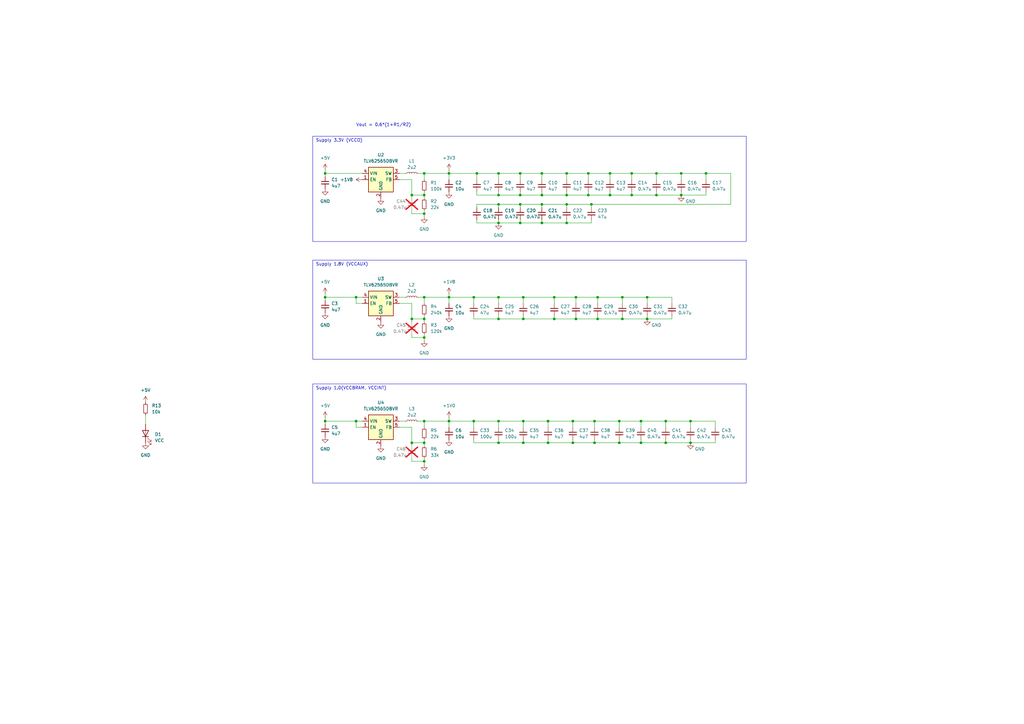
<source format=kicad_sch>
(kicad_sch (version 20230121) (generator eeschema)
  (paper "A3")
  (lib_symbols
    (symbol "Device:C_Small" (pin_numbers hide) (pin_names (offset 0.254) hide)
      (property "Reference" "C" (at 0.254 1.778 0))
      (property "Value" "C_Small" (at 0.254 -2.032 0))
      (symbol "C_Small_0_1"
        (polyline (pts (xy -1.524 -0.508) (xy 1.524 -0.508)) (stroke (width 0.3302)))
        (polyline (pts (xy -1.524 0.508) (xy 1.524 0.508)) (stroke (width 0.3048)))
      )
      (symbol "C_Small_1_1"
        (pin passive line (at 0 2.54 270) (length 2.032) (name "~") (number "1"))
        (pin passive line (at 0 -2.54 90) (length 2.032) (name "~") (number "2"))
      )
    )
    (symbol "Device:LED" (pin_numbers hide) (pin_names (offset 1.016) hide)
      (property "Reference" "D" (at 0 2.54 0))
      (property "Value" "LED" (at 0 -2.54 0))
      (symbol "LED_0_1"
        (polyline (pts (xy -1.27 -1.27) (xy -1.27 1.27)) (stroke (width 0.254)))
        (polyline (pts (xy -1.27 0) (xy 1.27 0)))
        (polyline (pts (xy 1.27 -1.27) (xy 1.27 1.27) (xy -1.27 0) (xy 1.27 -1.27)) (stroke (width 0.254)))
        (polyline (pts (xy -3.048 -0.762) (xy -4.572 -2.286) (xy -3.81 -2.286) (xy -4.572 -2.286) (xy -4.572 -1.524)))
        (polyline (pts (xy -1.778 -0.762) (xy -3.302 -2.286) (xy -2.54 -2.286) (xy -3.302 -2.286) (xy -3.302 -1.524)))
      )
      (symbol "LED_1_1"
        (pin passive line (at -3.81 0 0) (length 2.54) (name "K") (number "1"))
        (pin passive line (at 3.81 0 180) (length 2.54) (name "A") (number "2"))
      )
    )
    (symbol "Device:L_Small" (pin_numbers hide) (pin_names (offset 0.254) hide)
      (property "Reference" "L" (at 0.762 1.016 0))
      (property "Value" "L_Small" (at 0.762 -1.016 0))
      (symbol "L_Small_0_1"
        (arc (start 0 -2.032) (mid 0.5058 -1.524) (end 0 -1.016))
        (arc (start 0 -1.016) (mid 0.5058 -0.508) (end 0 0))
        (arc (start 0 0) (mid 0.5058 0.508) (end 0 1.016))
        (arc (start 0 1.016) (mid 0.5058 1.524) (end 0 2.032))
      )
      (symbol "L_Small_1_1"
        (pin passive line (at 0 2.54 270) (length 0.508) (name "~") (number "1"))
        (pin passive line (at 0 -2.54 90) (length 0.508) (name "~") (number "2"))
      )
    )
    (symbol "Device:R_Small" (pin_numbers hide) (pin_names (offset 0.254) hide)
      (property "Reference" "R" (at 0.762 0.508 0))
      (property "Value" "R_Small" (at 0.762 -1.016 0))
      (symbol "R_Small_0_1"
        (rectangle (start -0.762 1.778) (end 0.762 -1.778) (stroke (width 0.2032)))
      )
      (symbol "R_Small_1_1"
        (pin passive line (at 0 2.54 270) (length 0.762) (name "~") (number "1"))
        (pin passive line (at 0 -2.54 90) (length 0.762) (name "~") (number "2"))
      )
    )
    (symbol "Regulator_Switching:NCP1529A"
      (property "Reference" "U" (at -5.08 6.35 0))
      (property "Value" "NCP1529A" (at 0 6.35 0))
      (symbol "NCP1529A_0_1"
        (rectangle (start -5.08 5.08) (end 5.08 -5.08) (stroke (width 0.254)) (fill (type background)))
      )
      (symbol "NCP1529A_1_1"
        (pin input line (at -7.62 0 0) (length 2.54) (name "EN") (number "1"))
        (pin power_in line (at 0 -7.62 90) (length 2.54) (name "GND") (number "2"))
        (pin power_out line (at 7.62 2.54 180) (length 2.54) (name "SW") (number "3"))
        (pin power_in line (at -7.62 2.54 0) (length 2.54) (name "VIN") (number "4"))
        (pin input line (at 7.62 0 180) (length 2.54) (name "FB") (number "5"))
      )
    )
    (symbol "power:+1V0" (power) (pin_names (offset 0))
      (property "Value" "+1V0" (at 0 3.556 0))
      (symbol "+1V0_0_1"
        (polyline (pts (xy -0.762 1.27) (xy 0 2.54)))
        (polyline (pts (xy 0 0) (xy 0 2.54)))
        (polyline (pts (xy 0 2.54) (xy 0.762 1.27)))
      )
      (symbol "+1V0_1_1"
        (pin power_in line (at 0 0 90) (length 0) hide (name "+1V0") (number "1"))
      )
    )
    (symbol "power:+1V8" (power) (pin_names (offset 0))
      (property "Value" "+1V8" (at 0 3.556 0))
      (symbol "+1V8_0_1"
        (polyline (pts (xy -0.762 1.27) (xy 0 2.54)))
        (polyline (pts (xy 0 0) (xy 0 2.54)))
        (polyline (pts (xy 0 2.54) (xy 0.762 1.27)))
      )
      (symbol "+1V8_1_1"
        (pin power_in line (at 0 0 90) (length 0) hide (name "+1V8") (number "1"))
      )
    )
    (symbol "power:+3V3" (power) (pin_names (offset 0))
      (property "Value" "+3V3" (at 0 3.556 0))
      (symbol "+3V3_0_1"
        (polyline (pts (xy -0.762 1.27) (xy 0 2.54)))
        (polyline (pts (xy 0 0) (xy 0 2.54)))
        (polyline (pts (xy 0 2.54) (xy 0.762 1.27)))
      )
      (symbol "+3V3_1_1"
        (pin power_in line (at 0 0 90) (length 0) hide (name "+3V3") (number "1"))
      )
    )
    (symbol "power:+5V" (power) (pin_names (offset 0))
      (property "Value" "+5V" (at 0 3.556 0))
      (symbol "+5V_0_1"
        (polyline (pts (xy -0.762 1.27) (xy 0 2.54)))
        (polyline (pts (xy 0 0) (xy 0 2.54)))
        (polyline (pts (xy 0 2.54) (xy 0.762 1.27)))
      )
      (symbol "+5V_1_1"
        (pin power_in line (at 0 0 90) (length 0) hide (name "+5V") (number "1"))
      )
    )
    (symbol "power:GND" (power) (pin_names (offset 0))
      (property "Value" "GND" (at 0 -3.81 0))
      (symbol "GND_0_1"
        (polyline (pts (xy 0 0) (xy 0 -1.27) (xy 1.27 -1.27) (xy 0 -2.54) (xy -1.27 -1.27) (xy 0 -1.27)))
      )
      (symbol "GND_1_1"
        (pin power_in line (at 0 0 270) (length 0) hide (name "GND") (number "1"))
      )
    )
  )
  (junction (at 259.08 80.01))
  (junction (at 222.25 91.44))
  (junction (at 204.47 83.82))
  (junction (at 146.05 121.92))
  (junction (at 213.36 80.01))
  (junction (at 204.47 172.72))
  (junction (at 204.47 71.12))
  (junction (at 234.95 172.72))
  (junction (at 243.84 181.61))
  (junction (at 173.99 130.81))
  (junction (at 232.41 83.82))
  (junction (at 243.84 172.72))
  (junction (at 173.99 80.01))
  (junction (at 232.41 91.44))
  (junction (at 254 172.72))
  (junction (at 269.24 80.01))
  (junction (at 259.08 71.12))
  (junction (at 289.56 71.12))
  (junction (at 173.99 71.12))
  (junction (at 168.91 80.01))
  (junction (at 173.99 138.43))
  (junction (at 213.36 83.82))
  (junction (at 214.63 130.81))
  (junction (at 273.05 181.61))
  (junction (at 222.25 83.82))
  (junction (at 133.35 121.92))
  (junction (at 184.15 121.92))
  (junction (at 204.47 181.61))
  (junction (at 241.3 80.01))
  (junction (at 204.47 91.44))
  (junction (at 245.11 121.92))
  (junction (at 262.89 172.72))
  (junction (at 283.21 172.72))
  (junction (at 250.19 71.12))
  (junction (at 227.33 121.92))
  (junction (at 173.99 172.72))
  (junction (at 236.22 130.81))
  (junction (at 214.63 181.61))
  (junction (at 242.57 83.82))
  (junction (at 204.47 80.01))
  (junction (at 214.63 121.92))
  (junction (at 213.36 91.44))
  (junction (at 222.25 80.01))
  (junction (at 204.47 121.92))
  (junction (at 273.05 172.72))
  (junction (at 227.33 130.81))
  (junction (at 146.05 172.72))
  (junction (at 245.11 130.81))
  (junction (at 133.35 71.12))
  (junction (at 168.91 130.81))
  (junction (at 214.63 172.72))
  (junction (at 173.99 189.23))
  (junction (at 194.31 172.72))
  (junction (at 133.35 172.72))
  (junction (at 204.47 130.81))
  (junction (at 262.89 181.61))
  (junction (at 279.4 80.01))
  (junction (at 173.99 87.63))
  (junction (at 195.58 71.12))
  (junction (at 232.41 80.01))
  (junction (at 265.43 130.81))
  (junction (at 232.41 71.12))
  (junction (at 213.36 71.12))
  (junction (at 269.24 71.12))
  (junction (at 184.15 71.12))
  (junction (at 255.27 130.81))
  (junction (at 222.25 71.12))
  (junction (at 255.27 121.92))
  (junction (at 236.22 121.92))
  (junction (at 265.43 121.92))
  (junction (at 168.91 181.61))
  (junction (at 184.15 172.72))
  (junction (at 234.95 181.61))
  (junction (at 254 181.61))
  (junction (at 173.99 181.61))
  (junction (at 279.4 71.12))
  (junction (at 194.31 121.92))
  (junction (at 250.19 80.01))
  (junction (at 283.21 181.61))
  (junction (at 241.3 71.12))
  (junction (at 224.79 172.72))
  (junction (at 173.99 121.92))
  (junction (at 224.79 181.61))
  (wire (pts (xy 232.41 90.17) (xy 232.41 91.44)))
  (wire (pts (xy 195.58 90.17) (xy 195.58 91.44)))
  (wire (pts (xy 279.4 78.74) (xy 279.4 80.01)))
  (wire (pts (xy 214.63 129.54) (xy 214.63 130.81)))
  (wire (pts (xy 163.83 172.72) (xy 166.37 172.72)))
  (wire (pts (xy 293.37 180.34) (xy 293.37 181.61)))
  (wire (pts (xy 184.15 73.66) (xy 184.15 71.12)))
  (wire (pts (xy 245.11 121.92) (xy 245.11 124.46)))
  (wire (pts (xy 214.63 130.81) (xy 227.33 130.81)))
  (wire (pts (xy 283.21 172.72) (xy 283.21 175.26)))
  (wire (pts (xy 222.25 71.12) (xy 232.41 71.12)))
  (wire (pts (xy 204.47 172.72) (xy 214.63 172.72)))
  (wire (pts (xy 163.83 124.46) (xy 168.91 124.46)))
  (wire (pts (xy 227.33 129.54) (xy 227.33 130.81)))
  (wire (pts (xy 213.36 71.12) (xy 213.36 73.66)))
  (wire (pts (xy 262.89 180.34) (xy 262.89 181.61)))
  (wire (pts (xy 213.36 91.44) (xy 222.25 91.44)))
  (wire (pts (xy 184.15 121.92) (xy 194.31 121.92)))
  (wire (pts (xy 213.36 90.17) (xy 213.36 91.44)))
  (wire (pts (xy 168.91 124.46) (xy 168.91 130.81)))
  (wire (pts (xy 148.59 175.26) (xy 146.05 175.26)))
  (wire (pts (xy 168.91 130.81) (xy 173.99 130.81)))
  (wire (pts (xy 163.83 73.66) (xy 168.91 73.66)))
  (wire (pts (xy 204.47 80.01) (xy 195.58 80.01)))
  (wire (pts (xy 195.58 71.12) (xy 204.47 71.12)))
  (wire (pts (xy 133.35 172.72) (xy 146.05 172.72)))
  (wire (pts (xy 204.47 83.82) (xy 213.36 83.82)))
  (wire (pts (xy 242.57 83.82) (xy 299.72 83.82)))
  (wire (pts (xy 269.24 80.01) (xy 259.08 80.01)))
  (wire (pts (xy 195.58 83.82) (xy 204.47 83.82)))
  (wire (pts (xy 163.83 121.92) (xy 166.37 121.92)))
  (wire (pts (xy 232.41 71.12) (xy 232.41 73.66)))
  (wire (pts (xy 243.84 172.72) (xy 254 172.72)))
  (wire (pts (xy 222.25 80.01) (xy 213.36 80.01)))
  (wire (pts (xy 214.63 172.72) (xy 224.79 172.72)))
  (wire (pts (xy 173.99 138.43) (xy 173.99 139.7)))
  (wire (pts (xy 214.63 121.92) (xy 227.33 121.92)))
  (wire (pts (xy 232.41 83.82) (xy 242.57 83.82)))
  (wire (pts (xy 148.59 124.46) (xy 146.05 124.46)))
  (wire (pts (xy 204.47 71.12) (xy 213.36 71.12)))
  (wire (pts (xy 173.99 137.16) (xy 173.99 138.43)))
  (wire (pts (xy 173.99 80.01) (xy 173.99 81.28)))
  (wire (pts (xy 299.72 71.12) (xy 289.56 71.12)))
  (wire (pts (xy 273.05 181.61) (xy 262.89 181.61)))
  (wire (pts (xy 243.84 172.72) (xy 243.84 175.26)))
  (wire (pts (xy 234.95 172.72) (xy 234.95 175.26)))
  (wire (pts (xy 236.22 130.81) (xy 227.33 130.81)))
  (wire (pts (xy 234.95 181.61) (xy 243.84 181.61)))
  (wire (pts (xy 195.58 71.12) (xy 195.58 73.66)))
  (wire (pts (xy 168.91 81.28) (xy 168.91 80.01)))
  (wire (pts (xy 204.47 121.92) (xy 214.63 121.92)))
  (wire (pts (xy 195.58 80.01) (xy 195.58 78.74)))
  (wire (pts (xy 194.31 172.72) (xy 194.31 175.26)))
  (wire (pts (xy 214.63 180.34) (xy 214.63 181.61)))
  (wire (pts (xy 133.35 171.45) (xy 133.35 172.72)))
  (wire (pts (xy 184.15 175.26) (xy 184.15 172.72)))
  (wire (pts (xy 279.4 80.01) (xy 269.24 80.01)))
  (wire (pts (xy 213.36 71.12) (xy 222.25 71.12)))
  (wire (pts (xy 222.25 83.82) (xy 232.41 83.82)))
  (wire (pts (xy 242.57 91.44) (xy 242.57 90.17)))
  (wire (pts (xy 173.99 172.72) (xy 173.99 175.26)))
  (wire (pts (xy 173.99 87.63) (xy 173.99 88.9)))
  (wire (pts (xy 262.89 172.72) (xy 262.89 175.26)))
  (wire (pts (xy 273.05 172.72) (xy 273.05 175.26)))
  (wire (pts (xy 173.99 71.12) (xy 173.99 73.66)))
  (wire (pts (xy 245.11 129.54) (xy 245.11 130.81)))
  (wire (pts (xy 241.3 71.12) (xy 250.19 71.12)))
  (wire (pts (xy 168.91 189.23) (xy 173.99 189.23)))
  (wire (pts (xy 163.83 175.26) (xy 168.91 175.26)))
  (wire (pts (xy 173.99 78.74) (xy 173.99 80.01)))
  (wire (pts (xy 262.89 181.61) (xy 254 181.61)))
  (wire (pts (xy 289.56 80.01) (xy 279.4 80.01)))
  (wire (pts (xy 204.47 130.81) (xy 214.63 130.81)))
  (wire (pts (xy 255.27 129.54) (xy 255.27 130.81)))
  (wire (pts (xy 184.15 120.65) (xy 184.15 121.92)))
  (wire (pts (xy 289.56 71.12) (xy 289.56 73.66)))
  (wire (pts (xy 227.33 121.92) (xy 227.33 124.46)))
  (wire (pts (xy 224.79 172.72) (xy 234.95 172.72)))
  (wire (pts (xy 194.31 181.61) (xy 204.47 181.61)))
  (wire (pts (xy 204.47 121.92) (xy 204.47 124.46)))
  (wire (pts (xy 133.35 123.19) (xy 133.35 121.92)))
  (wire (pts (xy 133.35 173.99) (xy 133.35 172.72)))
  (wire (pts (xy 254 172.72) (xy 262.89 172.72)))
  (wire (pts (xy 133.35 72.39) (xy 133.35 71.12)))
  (wire (pts (xy 241.3 71.12) (xy 241.3 73.66)))
  (wire (pts (xy 299.72 83.82) (xy 299.72 71.12)))
  (wire (pts (xy 283.21 181.61) (xy 273.05 181.61)))
  (wire (pts (xy 173.99 121.92) (xy 184.15 121.92)))
  (wire (pts (xy 168.91 187.96) (xy 168.91 189.23)))
  (wire (pts (xy 168.91 132.08) (xy 168.91 130.81)))
  (wire (pts (xy 283.21 172.72) (xy 293.37 172.72)))
  (wire (pts (xy 250.19 80.01) (xy 241.3 80.01)))
  (wire (pts (xy 168.91 175.26) (xy 168.91 181.61)))
  (wire (pts (xy 265.43 121.92) (xy 265.43 124.46)))
  (wire (pts (xy 204.47 91.44) (xy 213.36 91.44)))
  (wire (pts (xy 204.47 71.12) (xy 204.47 73.66)))
  (wire (pts (xy 59.69 170.18) (xy 59.69 173.99)))
  (wire (pts (xy 194.31 181.61) (xy 194.31 180.34)))
  (wire (pts (xy 173.99 187.96) (xy 173.99 189.23)))
  (wire (pts (xy 273.05 172.72) (xy 283.21 172.72)))
  (wire (pts (xy 259.08 71.12) (xy 259.08 73.66)))
  (wire (pts (xy 222.25 91.44) (xy 232.41 91.44)))
  (wire (pts (xy 232.41 80.01) (xy 222.25 80.01)))
  (wire (pts (xy 259.08 71.12) (xy 269.24 71.12)))
  (wire (pts (xy 275.59 129.54) (xy 275.59 130.81)))
  (wire (pts (xy 204.47 78.74) (xy 204.47 80.01)))
  (wire (pts (xy 224.79 180.34) (xy 224.79 181.61)))
  (wire (pts (xy 275.59 130.81) (xy 265.43 130.81)))
  (wire (pts (xy 243.84 181.61) (xy 254 181.61)))
  (wire (pts (xy 279.4 71.12) (xy 289.56 71.12)))
  (wire (pts (xy 204.47 90.17) (xy 204.47 91.44)))
  (wire (pts (xy 168.91 138.43) (xy 173.99 138.43)))
  (wire (pts (xy 227.33 121.92) (xy 236.22 121.92)))
  (wire (pts (xy 269.24 71.12) (xy 269.24 73.66)))
  (wire (pts (xy 173.99 180.34) (xy 173.99 181.61)))
  (wire (pts (xy 184.15 172.72) (xy 194.31 172.72)))
  (wire (pts (xy 275.59 121.92) (xy 275.59 124.46)))
  (wire (pts (xy 232.41 78.74) (xy 232.41 80.01)))
  (wire (pts (xy 289.56 78.74) (xy 289.56 80.01)))
  (wire (pts (xy 213.36 80.01) (xy 204.47 80.01)))
  (wire (pts (xy 173.99 189.23) (xy 173.99 190.5)))
  (wire (pts (xy 262.89 172.72) (xy 273.05 172.72)))
  (wire (pts (xy 194.31 172.72) (xy 204.47 172.72)))
  (wire (pts (xy 234.95 172.72) (xy 243.84 172.72)))
  (wire (pts (xy 283.21 180.34) (xy 283.21 181.61)))
  (wire (pts (xy 168.91 137.16) (xy 168.91 138.43)))
  (wire (pts (xy 194.31 121.92) (xy 204.47 121.92)))
  (wire (pts (xy 213.36 78.74) (xy 213.36 80.01)))
  (wire (pts (xy 293.37 172.72) (xy 293.37 175.26)))
  (wire (pts (xy 184.15 124.46) (xy 184.15 121.92)))
  (wire (pts (xy 234.95 180.34) (xy 234.95 181.61)))
  (wire (pts (xy 245.11 121.92) (xy 255.27 121.92)))
  (wire (pts (xy 222.25 71.12) (xy 222.25 73.66)))
  (wire (pts (xy 232.41 83.82) (xy 232.41 85.09)))
  (wire (pts (xy 241.3 78.74) (xy 241.3 80.01)))
  (wire (pts (xy 168.91 181.61) (xy 173.99 181.61)))
  (wire (pts (xy 204.47 129.54) (xy 204.47 130.81)))
  (wire (pts (xy 269.24 71.12) (xy 279.4 71.12)))
  (wire (pts (xy 236.22 121.92) (xy 245.11 121.92)))
  (wire (pts (xy 195.58 85.09) (xy 195.58 83.82)))
  (wire (pts (xy 214.63 181.61) (xy 224.79 181.61)))
  (wire (pts (xy 232.41 71.12) (xy 241.3 71.12)))
  (wire (pts (xy 213.36 83.82) (xy 222.25 83.82)))
  (wire (pts (xy 173.99 121.92) (xy 173.99 124.46)))
  (wire (pts (xy 254 172.72) (xy 254 175.26)))
  (wire (pts (xy 173.99 86.36) (xy 173.99 87.63)))
  (wire (pts (xy 204.47 83.82) (xy 204.47 85.09)))
  (wire (pts (xy 255.27 130.81) (xy 245.11 130.81)))
  (wire (pts (xy 250.19 71.12) (xy 250.19 73.66)))
  (wire (pts (xy 194.31 130.81) (xy 204.47 130.81)))
  (wire (pts (xy 224.79 172.72) (xy 224.79 175.26)))
  (wire (pts (xy 259.08 78.74) (xy 259.08 80.01)))
  (wire (pts (xy 168.91 87.63) (xy 173.99 87.63)))
  (wire (pts (xy 213.36 83.82) (xy 213.36 85.09)))
  (wire (pts (xy 204.47 181.61) (xy 214.63 181.61)))
  (wire (pts (xy 265.43 121.92) (xy 275.59 121.92)))
  (wire (pts (xy 279.4 71.12) (xy 279.4 73.66)))
  (wire (pts (xy 222.25 83.82) (xy 222.25 85.09)))
  (wire (pts (xy 194.31 124.46) (xy 194.31 121.92)))
  (wire (pts (xy 214.63 172.72) (xy 214.63 175.26)))
  (wire (pts (xy 222.25 90.17) (xy 222.25 91.44)))
  (wire (pts (xy 133.35 71.12) (xy 148.59 71.12)))
  (wire (pts (xy 173.99 129.54) (xy 173.99 130.81)))
  (wire (pts (xy 184.15 69.85) (xy 184.15 71.12)))
  (wire (pts (xy 171.45 172.72) (xy 173.99 172.72)))
  (wire (pts (xy 184.15 171.45) (xy 184.15 172.72)))
  (wire (pts (xy 204.47 180.34) (xy 204.47 181.61)))
  (wire (pts (xy 173.99 172.72) (xy 184.15 172.72)))
  (wire (pts (xy 255.27 121.92) (xy 255.27 124.46)))
  (wire (pts (xy 236.22 121.92) (xy 236.22 124.46)))
  (wire (pts (xy 242.57 85.09) (xy 242.57 83.82)))
  (wire (pts (xy 163.83 71.12) (xy 166.37 71.12)))
  (wire (pts (xy 214.63 121.92) (xy 214.63 124.46)))
  (wire (pts (xy 195.58 91.44) (xy 204.47 91.44)))
  (wire (pts (xy 146.05 124.46) (xy 146.05 121.92)))
  (wire (pts (xy 146.05 175.26) (xy 146.05 172.72)))
  (wire (pts (xy 293.37 181.61) (xy 283.21 181.61)))
  (wire (pts (xy 168.91 86.36) (xy 168.91 87.63)))
  (wire (pts (xy 243.84 180.34) (xy 243.84 181.61)))
  (wire (pts (xy 255.27 121.92) (xy 265.43 121.92)))
  (wire (pts (xy 146.05 121.92) (xy 148.59 121.92)))
  (wire (pts (xy 254 180.34) (xy 254 181.61)))
  (wire (pts (xy 173.99 130.81) (xy 173.99 132.08)))
  (wire (pts (xy 171.45 121.92) (xy 173.99 121.92)))
  (wire (pts (xy 168.91 182.88) (xy 168.91 181.61)))
  (wire (pts (xy 265.43 129.54) (xy 265.43 130.81)))
  (wire (pts (xy 173.99 71.12) (xy 184.15 71.12)))
  (wire (pts (xy 184.15 71.12) (xy 195.58 71.12)))
  (wire (pts (xy 168.91 80.01) (xy 173.99 80.01)))
  (wire (pts (xy 241.3 80.01) (xy 232.41 80.01)))
  (wire (pts (xy 259.08 80.01) (xy 250.19 80.01)))
  (wire (pts (xy 250.19 71.12) (xy 259.08 71.12)))
  (wire (pts (xy 236.22 129.54) (xy 236.22 130.81)))
  (wire (pts (xy 133.35 69.85) (xy 133.35 71.12)))
  (wire (pts (xy 204.47 172.72) (xy 204.47 175.26)))
  (wire (pts (xy 269.24 78.74) (xy 269.24 80.01)))
  (wire (pts (xy 133.35 120.65) (xy 133.35 121.92)))
  (wire (pts (xy 250.19 78.74) (xy 250.19 80.01)))
  (wire (pts (xy 265.43 130.81) (xy 255.27 130.81)))
  (wire (pts (xy 173.99 181.61) (xy 173.99 182.88)))
  (wire (pts (xy 245.11 130.81) (xy 236.22 130.81)))
  (wire (pts (xy 194.31 129.54) (xy 194.31 130.81)))
  (wire (pts (xy 146.05 172.72) (xy 148.59 172.72)))
  (wire (pts (xy 232.41 91.44) (xy 242.57 91.44)))
  (wire (pts (xy 171.45 71.12) (xy 173.99 71.12)))
  (wire (pts (xy 168.91 73.66) (xy 168.91 80.01)))
  (wire (pts (xy 224.79 181.61) (xy 234.95 181.61)))
  (wire (pts (xy 222.25 78.74) (xy 222.25 80.01)))
  (wire (pts (xy 273.05 180.34) (xy 273.05 181.61)))
  (wire (pts (xy 133.35 121.92) (xy 146.05 121.92)))
  (rectangle (start 128.27 55.88) (end 306.07 99.06))
  (rectangle (start 128.27 157.48) (end 306.07 198.12))
  (rectangle (start 128.27 106.68) (end 306.07 147.32))
  (text "Supply 1.8V (VCCAUX)\n" (at 129.54 109.22 0) (effects (font (size 1.27 1.27)) (justify left bottom)))
  (text "Supply 3.3V (VCCO)" (at 129.54 58.42 0) (effects (font (size 1.27 1.27)) (justify left bottom)))
  (text "Supply 1.0(VCCBRAM, VCCINT)\n" (at 129.54 160.02 0) (effects (font (size 1.27 1.27)) (justify left bottom)))
  (text "Vout = 0.6*(1+R1/R2)" (at 146.05 52.07 0) (effects (font (size 1.27 1.27)) (justify left bottom)))
  (symbol (lib_id "Device:C_Small") (at 289.56 76.2 0) (unit 1)
    (property "Reference" "C17" (at 292.1 74.9363 0) (effects (justify left)))
    (property "Value" "0.47u" (at 292.1 77.4763 0) (effects (justify left)))
    (property "Footprint" "Capacitor_SMD:C_0402_1005Metric" (effects hide))
    (property "JLCPCB" "C106255" (effects hide))
    (instances (project "som_fpga" (path "" (reference "C17") (unit 1)) (path "" (reference "C91") (unit 1))))
  )
  (symbol (lib_id "power:GND") (at 156.21 132.08 0) (unit 1)
    (property "Reference" "#PWR09" (effects hide))
    (property "Value" "GND" (at 156.21 137.16 0))
    (instances (project "som_fpga" (path "" (reference "#PWR09") (unit 1)) (path "" (reference "#PWR059") (unit 1))))
  )
  (symbol (lib_id "Device:C_Small") (at 273.05 177.8 0) (unit 1)
    (property "Reference" "C41" (at 275.59 176.5363 0) (effects (justify left)))
    (property "Value" "0.47u" (at 275.59 179.0763 0) (effects (justify left)))
    (property "Footprint" "Capacitor_SMD:C_0402_1005Metric" (effects hide))
    (property "JLCPCB" "C106255" (effects hide))
    (instances (project "som_fpga" (path "" (reference "C41") (unit 1)) (path "" (reference "C87") (unit 1))))
  )
  (symbol (lib_id "Device:R_Small") (at 173.99 185.42 0) (unit 1)
    (property "Reference" "R6" (at 176.53 184.15 0) (effects (justify left)))
    (property "Value" "33k" (at 176.53 186.69 0) (effects (justify left)))
    (property "Footprint" "Resistor_SMD:R_0402_1005Metric" (effects hide))
    (property "JLCPCB" "C416388" (effects hide))
    (instances (project "som_fpga" (path "" (reference "R6") (unit 1)) (path "" (reference "R17") (unit 1))))
  )
  (symbol (lib_id "Device:R_Small") (at 173.99 177.8 0) (unit 1)
    (property "Reference" "R5" (at 176.53 176.53 0) (effects (justify left)))
    (property "Value" "22k" (at 176.53 179.07 0) (effects (justify left)))
    (property "Footprint" "Resistor_SMD:R_0402_1005Metric" (effects hide))
    (property "JLCPCB" "C409681" (effects hide))
    (instances (project "som_fpga" (path "" (reference "R5") (unit 1)) (path "" (reference "R16") (unit 1))))
  )
  (symbol (lib_id "power:+3V3") (at 184.15 69.85 0) (unit 1)
    (property "Reference" "#PWR057" (effects hide))
    (property "Value" "+3V3" (at 184.15 64.77 0))
  )
  (symbol (lib_id "power:GND") (at 173.99 139.7 0) (unit 1)
    (property "Reference" "#PWR010" (effects hide))
    (property "Value" "GND" (at 173.99 144.78 0))
    (instances (project "som_fpga" (path "" (reference "#PWR010") (unit 1)) (path "" (reference "#PWR062") (unit 1))))
  )
  (symbol (lib_id "Device:C_Small") (at 168.91 185.42 0) (unit 1) (dnp yes)
    (property "Reference" "C46" (at 162.56 184.15 0) (effects (justify left)))
    (property "Value" "0.47u" (at 161.29 186.69 0) (effects (justify left)))
    (property "Footprint" "Capacitor_SMD:C_0402_1005Metric" (effects hide))
    (property "JLCPCB" "C106255" (effects hide))
    (instances (project "som_fpga" (path "" (reference "C46") (unit 1)) (path "" (reference "C52") (unit 1))))
  )
  (symbol (lib_id "Device:C_Small") (at 275.59 127 0) (unit 1)
    (property "Reference" "C32" (at 278.13 125.7363 0) (effects (justify left)))
    (property "Value" "0.47u" (at 278.13 128.2763 0) (effects (justify left)))
    (property "Footprint" "Capacitor_SMD:C_0402_1005Metric" (effects hide))
    (property "JLCPCB" "C106255" (effects hide))
    (instances (project "som_fpga" (path "" (reference "C32") (unit 1)) (path "" (reference "C88") (unit 1))))
  )
  (symbol (lib_id "Device:C_Small") (at 232.41 76.2 0) (unit 1)
    (property "Reference" "C11" (at 234.95 74.9363 0) (effects (justify left)))
    (property "Value" "4u7" (at 234.95 77.4763 0) (effects (justify left)))
    (property "Footprint" "Capacitor_SMD:C_0805_2012Metric" (effects hide))
    (property "JLCPCB" "C162420" (effects hide))
    (instances (project "som_fpga" (path "" (reference "C11") (unit 1)) (path "" (reference "C72") (unit 1))))
  )
  (symbol (lib_id "Device:C_Small") (at 133.35 74.93 0) (unit 1)
    (property "Reference" "C1" (at 135.89 73.6663 0) (effects (justify left)))
    (property "Value" "4u7" (at 135.89 76.2063 0) (effects (justify left)))
    (property "Footprint" "Capacitor_SMD:C_0805_2012Metric" (effects hide))
    (property "JLCPCB" "C162420" (effects hide))
    (instances (project "som_fpga" (path "" (reference "C1") (unit 1)) (path "" (reference "C47") (unit 1))))
  )
  (symbol (lib_id "power:+5V") (at 133.35 171.45 0) (unit 1)
    (property "Reference" "#PWR013" (effects hide))
    (property "Value" "+5V" (at 133.35 166.37 0))
    (instances (project "som_fpga" (path "" (reference "#PWR013") (unit 1)) (path "" (reference "#PWR055") (unit 1))))
  )
  (symbol (lib_id "Device:R_Small") (at 59.69 167.64 0) (unit 1)
    (property "Reference" "R13" (at 62.23 166.37 0) (effects (justify left)))
    (property "Value" "10k" (at 62.23 168.91 0) (effects (justify left)))
    (property "Footprint" "Resistor_SMD:R_0402_1005Metric" (effects hide))
    (property "JLCPCB" "C328298" (effects hide))
    (instances (project "som_fpga" (path "" (reference "R13") (unit 1)) (path "" (reference "R12") (unit 1))))
  )
  (symbol (lib_id "Device:C_Small") (at 232.41 87.63 0) (unit 1)
    (property "Reference" "C22" (at 234.95 86.3663 0) (effects (justify left)))
    (property "Value" "0.47u" (at 234.95 88.9063 0) (effects (justify left)))
    (property "Footprint" "Capacitor_SMD:C_0402_1005Metric" (effects hide))
    (property "JLCPCB" "C106255" (effects hide))
    (instances (project "som_fpga" (path "" (reference "C22") (unit 1)) (path "" (reference "C73") (unit 1))))
  )
  (symbol (lib_id "Device:C_Small") (at 204.47 127 0) (unit 1)
    (property "Reference" "C25" (at 207.01 125.7363 0) (effects (justify left)))
    (property "Value" "4u7" (at 207.01 128.2763 0) (effects (justify left)))
    (property "Footprint" "Capacitor_SMD:C_0805_2012Metric" (effects hide))
    (property "JLCPCB" "C162420" (effects hide))
    (instances (project "som_fpga" (path "" (reference "C25") (unit 1)) (path "" (reference "C62") (unit 1))))
  )
  (symbol (lib_id "Device:C_Small") (at 194.31 127 0) (unit 1)
    (property "Reference" "C24" (at 196.85 125.7363 0) (effects (justify left)))
    (property "Value" "47u" (at 196.85 128.2763 0) (effects (justify left)))
    (property "Footprint" "Capacitor_SMD:C_1206_3216Metric" (effects hide))
    (property "JLCPCB" "C385907" (effects hide))
    (instances (project "som_fpga" (path "" (reference "C24") (unit 1)) (path "" (reference "C56") (unit 1))))
  )
  (symbol (lib_id "Device:C_Small") (at 250.19 76.2 0) (unit 1)
    (property "Reference" "C13" (at 252.73 74.9363 0) (effects (justify left)))
    (property "Value" "4u7" (at 252.73 77.4763 0) (effects (justify left)))
    (property "Footprint" "Capacitor_SMD:C_0805_2012Metric" (effects hide))
    (property "JLCPCB" "C162420" (effects hide))
    (instances (project "som_fpga" (path "" (reference "C13") (unit 1)) (path "" (reference "C80") (unit 1))))
  )
  (symbol (lib_id "Device:C_Small") (at 241.3 76.2 0) (unit 1)
    (property "Reference" "C12" (at 243.84 74.9363 0) (effects (justify left)))
    (property "Value" "4u7" (at 243.84 77.4763 0) (effects (justify left)))
    (property "Footprint" "Capacitor_SMD:C_0805_2012Metric" (effects hide))
    (property "JLCPCB" "C162420" (effects hide))
    (instances (project "som_fpga" (path "" (reference "C12") (unit 1)) (path "" (reference "C76") (unit 1))))
  )
  (symbol (lib_id "Device:C_Small") (at 227.33 127 0) (unit 1)
    (property "Reference" "C27" (at 229.87 125.7363 0) (effects (justify left)))
    (property "Value" "4u7" (at 229.87 128.2763 0) (effects (justify left)))
    (property "Footprint" "Capacitor_SMD:C_0805_2012Metric" (effects hide))
    (property "JLCPCB" "C162420" (effects hide))
    (instances (project "som_fpga" (path "" (reference "C27") (unit 1)) (path "" (reference "C71") (unit 1))))
  )
  (symbol (lib_id "Device:C_Small") (at 222.25 76.2 0) (unit 1)
    (property "Reference" "C10" (at 224.79 74.9363 0) (effects (justify left)))
    (property "Value" "4u7" (at 224.79 77.4763 0) (effects (justify left)))
    (property "Footprint" "Capacitor_SMD:C_0805_2012Metric" (effects hide))
    (property "JLCPCB" "C162420" (effects hide))
    (instances (project "som_fpga" (path "" (reference "C10") (unit 1)) (path "" (reference "C68") (unit 1))))
  )
  (symbol (lib_id "power:GND") (at 265.43 130.81 0) (unit 1)
    (property "Reference" "#PWR021" (effects hide))
    (property "Value" "GND" (at 269.24 133.35 0))
    (instances (project "som_fpga" (path "" (reference "#PWR021") (unit 1)) (path "" (reference "#PWR071") (unit 1))))
  )
  (symbol (lib_id "Device:C_Small") (at 195.58 76.2 0) (unit 1)
    (property "Reference" "C7" (at 198.12 74.9363 0) (effects (justify left)))
    (property "Value" "4u7" (at 198.12 77.4763 0) (effects (justify left)))
    (property "Footprint" "Capacitor_SMD:C_0805_2012Metric" (effects hide))
    (property "JLCPCB" "C162420" (effects hide))
    (instances (project "som_fpga" (path "" (reference "C7") (unit 1)) (path "" (reference "C58") (unit 1))))
  )
  (symbol (lib_id "Device:C_Small") (at 214.63 127 0) (unit 1)
    (property "Reference" "C26" (at 217.17 125.7363 0) (effects (justify left)))
    (property "Value" "4u7" (at 217.17 128.2763 0) (effects (justify left)))
    (property "Footprint" "Capacitor_SMD:C_0805_2012Metric" (effects hide))
    (property "JLCPCB" "C162420" (effects hide))
    (instances (project "som_fpga" (path "" (reference "C26") (unit 1)) (path "" (reference "C66") (unit 1))))
  )
  (symbol (lib_id "power:GND") (at 283.21 181.61 0) (unit 1)
    (property "Reference" "#PWR022" (effects hide))
    (property "Value" "GND" (at 287.02 184.15 0))
    (instances (project "som_fpga" (path "" (reference "#PWR022") (unit 1)) (path "" (reference "#PWR073") (unit 1))))
  )
  (symbol (lib_id "Device:C_Small") (at 262.89 177.8 0) (unit 1)
    (property "Reference" "C40" (at 265.43 176.5363 0) (effects (justify left)))
    (property "Value" "0.47u" (at 265.43 179.0763 0) (effects (justify left)))
    (property "Footprint" "Capacitor_SMD:C_0402_1005Metric" (effects hide))
    (property "JLCPCB" "C106255" (effects hide))
    (instances (project "som_fpga" (path "" (reference "C40") (unit 1)) (path "" (reference "C84") (unit 1))))
  )
  (symbol (lib_id "Device:C_Small") (at 133.35 176.53 0) (unit 1)
    (property "Reference" "C5" (at 135.89 175.2663 0) (effects (justify left)))
    (property "Value" "4u7" (at 135.89 177.8063 0) (effects (justify left)))
    (property "Footprint" "Capacitor_SMD:C_0805_2012Metric" (effects hide))
    (property "JLCPCB" "C162420" (effects hide))
    (instances (project "som_fpga" (path "" (reference "C5") (unit 1)) (path "" (reference "C49") (unit 1))))
  )
  (symbol (lib_id "Device:C_Small") (at 194.31 177.8 0) (unit 1)
    (property "Reference" "C33" (at 196.85 176.5363 0) (effects (justify left)))
    (property "Value" "100u" (at 196.85 179.0763 0) (effects (justify left)))
    (property "Footprint" "Capacitor_SMD:C_1206_3216Metric" (effects hide))
    (property "JLCPCB" "C268006" (effects hide))
    (instances (project "som_fpga" (path "" (reference "C33") (unit 1)) (path "" (reference "C57") (unit 1))))
  )
  (symbol (lib_id "Regulator_Switching:NCP1529A") (at 156.21 73.66 0) (unit 1)
    (property "Reference" "U2" (at 156.21 63.5 0))
    (property "Value" "TLV62565DBVR" (at 156.21 66.04 0))
    (property "Footprint" "Package_TO_SOT_SMD:SOT-23-5" (effects hide))
    (property "Datasheet" "https://www.onsemi.com/pub/Collateral/NCP1529-D.PDF" (effects hide))
    (property "JLCPCB" "C87122" (effects hide))
    (instances (project "som_fpga" (path "" (reference "U2") (unit 1)) (path "" (reference "U6") (unit 1))))
  )
  (symbol (lib_id "power:GND") (at 204.47 91.44 0) (unit 1)
    (property "Reference" "#PWR019" (effects hide))
    (property "Value" "GND" (at 204.47 96.52 0))
    (instances (project "som_fpga" (path "" (reference "#PWR019") (unit 1)) (path "" (reference "#PWR070") (unit 1))))
  )
  (symbol (lib_id "power:+1V8") (at 148.59 73.66 90) (unit 1)
    (property "Reference" "#PWR023" (effects hide))
    (property "Value" "+1V8" (at 144.78 73.66 90) (effects (justify left)))
    (instances (project "som_fpga" (path "" (reference "#PWR023") (unit 1)) (path "" (reference "#PWR057") (unit 1))))
  )
  (symbol (lib_id "Device:C_Small") (at 283.21 177.8 0) (unit 1)
    (property "Reference" "C42" (at 285.75 176.5363 0) (effects (justify left)))
    (property "Value" "0.47u" (at 285.75 179.0763 0) (effects (justify left)))
    (property "Footprint" "Capacitor_SMD:C_0402_1005Metric" (effects hide))
    (property "JLCPCB" "C106255" (effects hide))
    (instances (project "som_fpga" (path "" (reference "C42") (unit 1)) (path "" (reference "C90") (unit 1))))
  )
  (symbol (lib_id "power:GND") (at 279.4 80.01 0) (unit 1)
    (property "Reference" "#PWR020" (effects hide))
    (property "Value" "GND" (at 283.21 82.55 0))
    (instances (project "som_fpga" (path "" (reference "#PWR020") (unit 1)) (path "" (reference "#PWR072") (unit 1))))
  )
  (symbol (lib_id "Device:R_Small") (at 173.99 127 0) (unit 1)
    (property "Reference" "R4" (at 176.53 125.73 0) (effects (justify left)))
    (property "Value" "240k" (at 176.53 128.27 0) (effects (justify left)))
    (property "Footprint" "Resistor_SMD:R_0402_1005Metric" (effects hide))
    (property "JLCPCB" "C323663" (effects hide))
    (instances (project "som_fpga" (path "" (reference "R4") (unit 1)) (path "" (reference "R14") (unit 1))))
  )
  (symbol (lib_id "Device:C_Small") (at 184.15 177.8 0) (unit 1)
    (property "Reference" "C6" (at 186.69 176.5363 0) (effects (justify left)))
    (property "Value" "10u" (at 186.69 179.0763 0) (effects (justify left)))
    (property "Footprint" "Capacitor_SMD:C_0805_2012Metric" (effects hide))
    (property "JLCPCB" "C105505" (effects hide))
    (instances (project "som_fpga" (path "" (reference "C6") (unit 1)) (path "" (reference "C55") (unit 1))))
  )
  (symbol (lib_id "Device:C_Small") (at 168.91 83.82 0) (unit 1) (dnp yes)
    (property "Reference" "C44" (at 162.56 82.55 0) (effects (justify left)))
    (property "Value" "0.47u" (at 161.29 85.09 0) (effects (justify left)))
    (property "Footprint" "Capacitor_SMD:C_0402_1005Metric" (effects hide))
    (property "JLCPCB" "C106255" (effects hide))
    (instances (project "som_fpga" (path "" (reference "C44") (unit 1)) (path "" (reference "C50") (unit 1))))
  )
  (symbol (lib_id "Device:C_Small") (at 259.08 76.2 0) (unit 1)
    (property "Reference" "C14" (at 261.62 74.9363 0) (effects (justify left)))
    (property "Value" "0.47u" (at 261.62 77.4763 0) (effects (justify left)))
    (property "Footprint" "Capacitor_SMD:C_0402_1005Metric" (effects hide))
    (property "JLCPCB" "C106255" (effects hide))
    (instances (project "som_fpga" (path "" (reference "C14") (unit 1)) (path "" (reference "C83") (unit 1))))
  )
  (symbol (lib_id "power:GND") (at 133.35 77.47 0) (unit 1)
    (property "Reference" "#PWR03" (effects hide))
    (property "Value" "GND" (at 133.35 82.55 0))
    (instances (project "som_fpga" (path "" (reference "#PWR03") (unit 1)) (path "" (reference "#PWR052") (unit 1))))
  )
  (symbol (lib_id "Device:C_Small") (at 265.43 127 0) (unit 1)
    (property "Reference" "C31" (at 267.97 125.7363 0) (effects (justify left)))
    (property "Value" "0.47u" (at 267.97 128.2763 0) (effects (justify left)))
    (property "Footprint" "Capacitor_SMD:C_0402_1005Metric" (effects hide))
    (property "JLCPCB" "C106255" (effects hide))
    (instances (project "som_fpga" (path "" (reference "C31") (unit 1)) (path "" (reference "C85") (unit 1))))
  )
  (symbol (lib_id "Device:C_Small") (at 184.15 76.2 0) (unit 1)
    (property "Reference" "C2" (at 186.69 74.9363 0) (effects (justify left)))
    (property "Value" "10u" (at 186.69 77.4763 0) (effects (justify left)))
    (property "Footprint" "Capacitor_SMD:C_0805_2012Metric" (effects hide))
    (property "JLCPCB" "C105505" (effects hide))
    (instances (project "som_fpga" (path "" (reference "C2") (unit 1)) (path "" (reference "C53") (unit 1))))
  )
  (symbol (lib_id "Device:C_Small") (at 204.47 87.63 0) (unit 1)
    (property "Reference" "C19" (at 207.01 86.3663 0) (effects (justify left)))
    (property "Value" "0.47u" (at 207.01 88.9063 0) (effects (justify left)))
    (property "Footprint" "Capacitor_SMD:C_0402_1005Metric" (effects hide))
    (property "JLCPCB" "C106255" (effects hide))
    (instances (project "som_fpga" (path "" (reference "C19") (unit 1)) (path "" (reference "C61") (unit 1))))
  )
  (symbol (lib_id "Device:C_Small") (at 204.47 177.8 0) (unit 1)
    (property "Reference" "C34" (at 207.01 176.5363 0) (effects (justify left)))
    (property "Value" "100u" (at 207.01 179.0763 0) (effects (justify left)))
    (property "Footprint" "Capacitor_SMD:C_1206_3216Metric" (effects hide))
    (property "JLCPCB" "C268006" (effects hide))
    (instances (project "som_fpga" (path "" (reference "C34") (unit 1)) (path "" (reference "C63") (unit 1))))
  )
  (symbol (lib_id "power:+1V0") (at 184.15 171.45 0) (unit 1)
    (property "Reference" "#PWR017" (effects hide))
    (property "Value" "+1V0" (at 184.15 166.37 0))
    (instances (project "som_fpga" (path "" (reference "#PWR017") (unit 1)) (path "" (reference "#PWR068") (unit 1))))
  )
  (symbol (lib_id "Device:C_Small") (at 245.11 127 0) (unit 1)
    (property "Reference" "C29" (at 247.65 125.7363 0) (effects (justify left)))
    (property "Value" "0.47u" (at 247.65 128.2763 0) (effects (justify left)))
    (property "Footprint" "Capacitor_SMD:C_0402_1005Metric" (effects hide))
    (property "JLCPCB" "C106255" (effects hide))
    (instances (project "som_fpga" (path "" (reference "C29") (unit 1)) (path "" (reference "C79") (unit 1))))
  )
  (symbol (lib_id "power:GND") (at 184.15 78.74 0) (unit 1)
    (property "Reference" "#PWR02" (effects hide))
    (property "Value" "GND" (at 184.15 83.82 0))
    (instances (project "som_fpga" (path "" (reference "#PWR02") (unit 1)) (path "" (reference "#PWR065") (unit 1))))
  )
  (symbol (lib_id "power:GND") (at 133.35 179.07 0) (unit 1)
    (property "Reference" "#PWR014" (effects hide))
    (property "Value" "GND" (at 133.35 184.15 0))
    (instances (project "som_fpga" (path "" (reference "#PWR014") (unit 1)) (path "" (reference "#PWR056") (unit 1))))
  )
  (symbol (lib_id "Regulator_Switching:NCP1529A") (at 156.21 175.26 0) (unit 1)
    (property "Reference" "U4" (at 156.21 165.1 0))
    (property "Value" "TLV62565DBVR" (at 156.21 167.64 0))
    (property "Footprint" "Package_TO_SOT_SMD:SOT-23-5" (effects hide))
    (property "Datasheet" "https://www.onsemi.com/pub/Collateral/NCP1529-D.PDF" (effects hide))
    (property "JLCPCB" "C23902" (effects hide))
    (instances (project "som_fpga" (path "" (reference "U4") (unit 1)) (path "" (reference "U8") (unit 1))))
  )
  (symbol (lib_id "Device:C_Small") (at 224.79 177.8 0) (unit 1)
    (property "Reference" "C36" (at 227.33 176.5363 0) (effects (justify left)))
    (property "Value" "4u7" (at 227.33 179.0763 0) (effects (justify left)))
    (property "Footprint" "Capacitor_SMD:C_0805_2012Metric" (effects hide))
    (property "JLCPCB" "C162420" (effects hide))
    (instances (project "som_fpga" (path "" (reference "C36") (unit 1)) (path "" (reference "C70") (unit 1))))
  )
  (symbol (lib_id "Device:C_Small") (at 195.58 87.63 0) (unit 1)
    (property "Reference" "C18" (at 198.12 86.3663 0) (effects (justify left)))
    (property "Value" "0.47u" (at 198.12 88.9063 0) (effects (justify left)))
    (property "Footprint" "Capacitor_SMD:C_0402_1005Metric" (effects hide))
    (property "JLCPCB" "C106255" (effects hide))
    (instances (project "som_fpga" (path "" (reference "C18") (unit 1)) (path "" (reference "C59") (unit 1))))
  )
  (symbol (lib_id "Device:C_Small") (at 279.4 76.2 0) (unit 1)
    (property "Reference" "C16" (at 281.94 74.9363 0) (effects (justify left)))
    (property "Value" "0.47u" (at 281.94 77.4763 0) (effects (justify left)))
    (property "Footprint" "Capacitor_SMD:C_0402_1005Metric" (effects hide))
    (property "JLCPCB" "C106255" (effects hide))
    (instances (project "som_fpga" (path "" (reference "C16") (unit 1)) (path "" (reference "C89") (unit 1))))
  )
  (symbol (lib_id "Device:C_Small") (at 243.84 177.8 0) (unit 1)
    (property "Reference" "C38" (at 246.38 176.5363 0) (effects (justify left)))
    (property "Value" "4u7" (at 246.38 179.0763 0) (effects (justify left)))
    (property "Footprint" "Capacitor_SMD:C_0805_2012Metric" (effects hide))
    (property "JLCPCB" "C162420" (effects hide))
    (instances (project "som_fpga" (path "" (reference "C38") (unit 1)) (path "" (reference "C78") (unit 1))))
  )
  (symbol (lib_id "Device:C_Small") (at 213.36 87.63 0) (unit 1)
    (property "Reference" "C20" (at 215.9 86.3663 0) (effects (justify left)))
    (property "Value" "0.47u" (at 215.9 88.9063 0) (effects (justify left)))
    (property "Footprint" "Capacitor_SMD:C_0402_1005Metric" (effects hide))
    (property "JLCPCB" "C106255" (effects hide))
    (instances (project "som_fpga" (path "" (reference "C20") (unit 1)) (path "" (reference "C65") (unit 1))))
  )
  (symbol (lib_id "power:GND") (at 156.21 81.28 0) (unit 1)
    (property "Reference" "#PWR01" (effects hide))
    (property "Value" "GND" (at 156.21 86.36 0))
    (instances (project "som_fpga" (path "" (reference "#PWR01") (unit 1)) (path "" (reference "#PWR058") (unit 1))))
  )
  (symbol (lib_id "Device:L_Small") (at 168.91 172.72 90) (unit 1)
    (property "Reference" "L3" (at 168.91 167.64 90))
    (property "Value" "2u2" (at 168.91 170.18 90))
    (property "Footprint" "inductors:IND_LQH3NPN2R2MJRL" (effects hide))
    (property "JLCPCB" "C341775" (effects hide))
    (instances (project "som_fpga" (path "" (reference "L3") (unit 1)) (path "" (reference "L6") (unit 1))))
  )
  (symbol (lib_id "Device:C_Small") (at 293.37 177.8 0) (unit 1)
    (property "Reference" "C43" (at 295.91 176.5363 0) (effects (justify left)))
    (property "Value" "0.47u" (at 295.91 179.0763 0) (effects (justify left)))
    (property "Footprint" "Capacitor_SMD:C_0402_1005Metric" (effects hide))
    (property "JLCPCB" "C106255" (effects hide))
    (instances (project "som_fpga" (path "" (reference "C43") (unit 1)) (path "" (reference "C92") (unit 1))))
  )
  (symbol (lib_id "Device:C_Small") (at 168.91 134.62 0) (unit 1) (dnp yes)
    (property "Reference" "C45" (at 162.56 133.35 0) (effects (justify left)))
    (property "Value" "0.47u" (at 161.29 135.89 0) (effects (justify left)))
    (property "Footprint" "Capacitor_SMD:C_0402_1005Metric" (effects hide))
    (property "JLCPCB" "C106255" (effects hide))
    (instances (project "som_fpga" (path "" (reference "C45") (unit 1)) (path "" (reference "C51") (unit 1))))
  )
  (symbol (lib_id "Device:C_Small") (at 222.25 87.63 0) (unit 1)
    (property "Reference" "C21" (at 224.79 86.3663 0) (effects (justify left)))
    (property "Value" "0.47u" (at 224.79 88.9063 0) (effects (justify left)))
    (property "Footprint" "Capacitor_SMD:C_0402_1005Metric" (effects hide))
    (property "JLCPCB" "C106255" (effects hide))
    (instances (project "som_fpga" (path "" (reference "C21") (unit 1)) (path "" (reference "C69") (unit 1))))
  )
  (symbol (lib_id "Device:C_Small") (at 213.36 76.2 0) (unit 1)
    (property "Reference" "C9" (at 215.9 74.9363 0) (effects (justify left)))
    (property "Value" "4u7" (at 215.9 77.4763 0) (effects (justify left)))
    (property "Footprint" "Capacitor_SMD:C_0805_2012Metric" (effects hide))
    (property "JLCPCB" "C162420" (effects hide))
    (instances (project "som_fpga" (path "" (reference "C9") (unit 1)) (path "" (reference "C64") (unit 1))))
  )
  (symbol (lib_id "power:+1V8") (at 184.15 120.65 0) (unit 1)
    (property "Reference" "#PWR011" (effects hide))
    (property "Value" "+1V8" (at 184.15 115.57 0))
    (instances (project "som_fpga" (path "" (reference "#PWR011") (unit 1)) (path "" (reference "#PWR066") (unit 1))))
  )
  (symbol (lib_id "power:GND") (at 59.69 181.61 0) (unit 1)
    (property "Reference" "#PWR048" (effects hide))
    (property "Value" "GND" (at 59.69 186.69 0))
    (instances (project "som_fpga" (path "" (reference "#PWR048") (unit 1)) (path "" (reference "#PWR062") (unit 1))))
  )
  (symbol (lib_id "Regulator_Switching:NCP1529A") (at 156.21 124.46 0) (unit 1)
    (property "Reference" "U3" (at 156.21 114.3 0))
    (property "Value" "TLV62565DBVR" (at 156.21 116.84 0))
    (property "Footprint" "Package_TO_SOT_SMD:SOT-23-5" (effects hide))
    (property "Datasheet" "https://www.onsemi.com/pub/Collateral/NCP1529-D.PDF" (effects hide))
    (property "JLCPCB" "C23902" (effects hide))
    (instances (project "som_fpga" (path "" (reference "U3") (unit 1)) (path "" (reference "U7") (unit 1))))
  )
  (symbol (lib_id "Device:R_Small") (at 173.99 83.82 0) (unit 1)
    (property "Reference" "R2" (at 176.53 82.55 0) (effects (justify left)))
    (property "Value" "22k" (at 176.53 85.09 0) (effects (justify left)))
    (property "Footprint" "Resistor_SMD:R_0402_1005Metric" (effects hide))
    (property "JLCPCB" "C409681" (effects hide))
    (instances (project "som_fpga" (path "" (reference "R2") (unit 1)) (path "" (reference "R13") (unit 1))))
  )
  (symbol (lib_id "power:GND") (at 173.99 190.5 0) (unit 1)
    (property "Reference" "#PWR016" (effects hide))
    (property "Value" "GND" (at 173.99 195.58 0))
    (instances (project "som_fpga" (path "" (reference "#PWR016") (unit 1)) (path "" (reference "#PWR063") (unit 1))))
  )
  (symbol (lib_id "power:+5V") (at 59.69 165.1 0) (unit 1)
    (property "Reference" "#PWR063" (effects hide))
    (property "Value" "+5V" (at 59.69 160.02 0))
    (instances (project "som_fpga" (path "" (reference "#PWR063") (unit 1)) (path "" (reference "#PWR051") (unit 1))))
  )
  (symbol (lib_id "Device:C_Small") (at 269.24 76.2 0) (unit 1)
    (property "Reference" "C15" (at 271.78 74.9363 0) (effects (justify left)))
    (property "Value" "0.47u" (at 271.78 77.4763 0) (effects (justify left)))
    (property "Footprint" "Capacitor_SMD:C_0402_1005Metric" (effects hide))
    (property "JLCPCB" "C106255" (effects hide))
    (instances (project "som_fpga" (path "" (reference "C15") (unit 1)) (path "" (reference "C86") (unit 1))))
  )
  (symbol (lib_id "Device:L_Small") (at 168.91 121.92 90) (unit 1)
    (property "Reference" "L2" (at 168.91 116.84 90))
    (property "Value" "2u2" (at 168.91 119.38 90))
    (property "Footprint" "inductors:IND_LQH3NPN2R2MJRL" (effects hide))
    (property "JLCPCB" "C341775" (effects hide))
    (instances (project "som_fpga" (path "" (reference "L2") (unit 1)) (path "" (reference "L5") (unit 1))))
  )
  (symbol (lib_id "power:+5V") (at 133.35 120.65 0) (unit 1)
    (property "Reference" "#PWR07" (effects hide))
    (property "Value" "+5V" (at 133.35 115.57 0))
    (instances (project "som_fpga" (path "" (reference "#PWR07") (unit 1)) (path "" (reference "#PWR053") (unit 1))))
  )
  (symbol (lib_id "Device:R_Small") (at 173.99 134.62 0) (unit 1)
    (property "Reference" "R3" (at 176.53 133.35 0) (effects (justify left)))
    (property "Value" "120k" (at 176.53 135.89 0) (effects (justify left)))
    (property "Footprint" "Resistor_SMD:R_0402_1005Metric" (effects hide))
    (property "JLCPCB" "C323683" (effects hide))
    (instances (project "som_fpga" (path "" (reference "R3") (unit 1)) (path "" (reference "R15") (unit 1))))
  )
  (symbol (lib_id "Device:C_Small") (at 204.47 76.2 0) (unit 1)
    (property "Reference" "C8" (at 207.01 74.9363 0) (effects (justify left)))
    (property "Value" "4u7" (at 207.01 77.4763 0) (effects (justify left)))
    (property "Footprint" "Capacitor_SMD:C_0805_2012Metric" (effects hide))
    (property "JLCPCB" "C162420" (effects hide))
    (instances (project "som_fpga" (path "" (reference "C8") (unit 1)) (path "" (reference "C60") (unit 1))))
  )
  (symbol (lib_id "Device:C_Small") (at 133.35 125.73 0) (unit 1)
    (property "Reference" "C3" (at 135.89 124.4663 0) (effects (justify left)))
    (property "Value" "4u7" (at 135.89 127.0063 0) (effects (justify left)))
    (property "Footprint" "Capacitor_SMD:C_0805_2012Metric" (effects hide))
    (property "JLCPCB" "C162420" (effects hide))
    (instances (project "som_fpga" (path "" (reference "C3") (unit 1)) (path "" (reference "C48") (unit 1))))
  )
  (symbol (lib_id "power:GND") (at 184.15 180.34 0) (unit 1)
    (property "Reference" "#PWR018" (effects hide))
    (property "Value" "GND" (at 184.15 185.42 0))
    (instances (project "som_fpga" (path "" (reference "#PWR018") (unit 1)) (path "" (reference "#PWR069") (unit 1))))
  )
  (symbol (lib_id "power:+5V") (at 133.35 69.85 0) (unit 1)
    (property "Reference" "#PWR04" (effects hide))
    (property "Value" "+5V" (at 133.35 64.77 0))
    (instances (project "som_fpga" (path "" (reference "#PWR04") (unit 1)) (path "" (reference "#PWR051") (unit 1))))
  )
  (symbol (lib_id "Device:LED") (at 59.69 177.8 90) (unit 1)
    (property "Reference" "D1" (at 63.5 178.1175 90) (effects (justify right)))
    (property "Value" "VCC" (at 63.5 180.6575 90) (effects (justify right)))
    (property "Footprint" "LED_SMD:LED_0603_1608Metric" (effects hide))
    (property "JLCPCB" "C601673" (effects hide))
    (instances (project "som_fpga" (path "" (reference "D1") (unit 1)) (path "" (reference "D2") (unit 1))))
  )
  (symbol (lib_id "power:GND") (at 133.35 128.27 0) (unit 1)
    (property "Reference" "#PWR08" (effects hide))
    (property "Value" "GND" (at 133.35 133.35 0))
    (instances (project "som_fpga" (path "" (reference "#PWR08") (unit 1)) (path "" (reference "#PWR054") (unit 1))))
  )
  (symbol (lib_id "power:GND") (at 173.99 88.9 0) (unit 1)
    (property "Reference" "#PWR05" (effects hide))
    (property "Value" "GND" (at 173.99 93.98 0))
    (instances (project "som_fpga" (path "" (reference "#PWR05") (unit 1)) (path "" (reference "#PWR061") (unit 1))))
  )
  (symbol (lib_id "Device:C_Small") (at 184.15 127 0) (unit 1)
    (property "Reference" "C4" (at 186.69 125.7363 0) (effects (justify left)))
    (property "Value" "10u" (at 186.69 128.2763 0) (effects (justify left)))
    (property "Footprint" "Capacitor_SMD:C_0805_2012Metric" (effects hide))
    (property "JLCPCB" "C105505" (effects hide))
    (instances (project "som_fpga" (path "" (reference "C4") (unit 1)) (path "" (reference "C54") (unit 1))))
  )
  (symbol (lib_id "Device:C_Small") (at 236.22 127 0) (unit 1)
    (property "Reference" "C28" (at 238.76 125.7363 0) (effects (justify left)))
    (property "Value" "4u7" (at 238.76 128.2763 0) (effects (justify left)))
    (property "Footprint" "Capacitor_SMD:C_0805_2012Metric" (effects hide))
    (property "JLCPCB" "C162420" (effects hide))
    (instances (project "som_fpga" (path "" (reference "C28") (unit 1)) (path "" (reference "C75") (unit 1))))
  )
  (symbol (lib_id "Device:C_Small") (at 242.57 87.63 0) (unit 1)
    (property "Reference" "C23" (at 245.11 86.3663 0) (effects (justify left)))
    (property "Value" "47u" (at 245.11 88.9063 0) (effects (justify left)))
    (property "Footprint" "Capacitor_SMD:C_1206_3216Metric" (effects hide))
    (property "JLCPCB" "C385907" (effects hide))
    (instances (project "som_fpga" (path "" (reference "C23") (unit 1)) (path "" (reference "C77") (unit 1))))
  )
  (symbol (lib_id "Device:L_Small") (at 168.91 71.12 90) (unit 1)
    (property "Reference" "L1" (at 168.91 66.04 90))
    (property "Value" "2u2" (at 168.91 68.58 90))
    (property "Footprint" "inductors:IND_LQH3NPN2R2MJRL" (effects hide))
    (property "JLCPCB" "C341775" (effects hide))
    (instances (project "som_fpga" (path "" (reference "L1") (unit 1)) (path "" (reference "L4") (unit 1))))
  )
  (symbol (lib_id "power:GND") (at 184.15 129.54 0) (unit 1)
    (property "Reference" "#PWR012" (effects hide))
    (property "Value" "GND" (at 184.15 134.62 0))
    (instances (project "som_fpga" (path "" (reference "#PWR012") (unit 1)) (path "" (reference "#PWR067") (unit 1))))
  )
  (symbol (lib_id "Device:C_Small") (at 214.63 177.8 0) (unit 1)
    (property "Reference" "C35" (at 217.17 176.5363 0) (effects (justify left)))
    (property "Value" "4u7" (at 217.17 179.0763 0) (effects (justify left)))
    (property "Footprint" "Capacitor_SMD:C_0805_2012Metric" (effects hide))
    (property "JLCPCB" "C162420" (effects hide))
    (instances (project "som_fpga" (path "" (reference "C35") (unit 1)) (path "" (reference "C67") (unit 1))))
  )
  (symbol (lib_id "Device:C_Small") (at 234.95 177.8 0) (unit 1)
    (property "Reference" "C37" (at 237.49 176.5363 0) (effects (justify left)))
    (property "Value" "4u7" (at 237.49 179.0763 0) (effects (justify left)))
    (property "Footprint" "Capacitor_SMD:C_0805_2012Metric" (effects hide))
    (property "JLCPCB" "C162420" (effects hide))
    (instances (project "som_fpga" (path "" (reference "C37") (unit 1)) (path "" (reference "C74") (unit 1))))
  )
  (symbol (lib_id "Device:R_Small") (at 173.99 76.2 0) (unit 1)
    (property "Reference" "R1" (at 176.53 74.93 0) (effects (justify left)))
    (property "Value" "100k" (at 176.53 77.47 0) (effects (justify left)))
    (property "Footprint" "Resistor_SMD:R_0402_1005Metric" (effects hide))
    (property "JLCPCB" "C131362" (effects hide))
    (instances (project "som_fpga" (path "" (reference "R1") (unit 1)) (path "" (reference "R12") (unit 1))))
  )
  (symbol (lib_id "power:GND") (at 156.21 182.88 0) (unit 1)
    (property "Reference" "#PWR015" (effects hide))
    (property "Value" "GND" (at 156.21 187.96 0))
    (instances (project "som_fpga" (path "" (reference "#PWR015") (unit 1)) (path "" (reference "#PWR060") (unit 1))))
  )
  (symbol (lib_id "Device:C_Small") (at 255.27 127 0) (unit 1)
    (property "Reference" "C30" (at 257.81 125.7363 0) (effects (justify left)))
    (property "Value" "0.47u" (at 257.81 128.2763 0) (effects (justify left)))
    (property "Footprint" "Capacitor_SMD:C_0402_1005Metric" (effects hide))
    (property "JLCPCB" "C106255" (effects hide))
    (instances (project "som_fpga" (path "" (reference "C30") (unit 1)) (path "" (reference "C82") (unit 1))))
  )
  (symbol (lib_id "Device:C_Small") (at 254 177.8 0) (unit 1)
    (property "Reference" "C39" (at 256.54 176.5363 0) (effects (justify left)))
    (property "Value" "4u7" (at 256.54 179.0763 0) (effects (justify left)))
    (property "Footprint" "Capacitor_SMD:C_0805_2012Metric" (effects hide))
    (property "JLCPCB" "C162420" (effects hide))
    (instances (project "som_fpga" (path "" (reference "C39") (unit 1)) (path "" (reference "C81") (unit 1))))
  )
)
</source>
